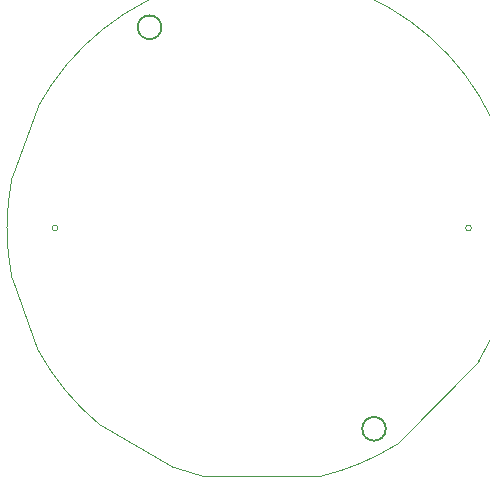
<source format=gbr>
%TF.GenerationSoftware,KiCad,Pcbnew,8.0.1*%
%TF.CreationDate,2024-05-06T13:43:09-07:00*%
%TF.ProjectId,girlvoice,6769726c-766f-4696-9365-2e6b69636164,rev?*%
%TF.SameCoordinates,Original*%
%TF.FileFunction,Profile,NP*%
%FSLAX46Y46*%
G04 Gerber Fmt 4.6, Leading zero omitted, Abs format (unit mm)*
G04 Created by KiCad (PCBNEW 8.0.1) date 2024-05-06 13:43:09*
%MOMM*%
%LPD*%
G01*
G04 APERTURE LIST*
%TA.AperFunction,Profile*%
%ADD10C,0.050000*%
%TD*%
%TA.AperFunction,Profile*%
%ADD11C,0.200000*%
%TD*%
G04 APERTURE END LIST*
D10*
X78850000Y-104250000D02*
X81092511Y-110390377D01*
X78850002Y-104250000D02*
G75*
G02*
X78860703Y-95697090I21149998J4250000D01*
G01*
D11*
X91500000Y-83000000D02*
G75*
G02*
X89500000Y-83000000I-1000000J0D01*
G01*
X89500000Y-83000000D02*
G75*
G02*
X91500000Y-83000000I1000000J0D01*
G01*
D10*
X111429492Y-118327412D02*
G75*
G02*
X105051134Y-121000318I-11429492J18327412D01*
G01*
X94950000Y-120999999D02*
G75*
G02*
X92523372Y-120254584I5100000J20925099D01*
G01*
X81075001Y-89700000D02*
X78860702Y-95697090D01*
X86250001Y-116624998D02*
G75*
G02*
X81092511Y-110390377I13749999J16624998D01*
G01*
X81075001Y-89700000D02*
G75*
G02*
X118351063Y-111290884I18924999J-10300000D01*
G01*
X117750000Y-100000000D02*
G75*
G02*
X117250000Y-100000000I-250000J0D01*
G01*
X117250000Y-100000000D02*
G75*
G02*
X117750000Y-100000000I250000J0D01*
G01*
X86250000Y-116625000D02*
X92523373Y-120254581D01*
X118351063Y-111290884D02*
X111429492Y-118327412D01*
X82750000Y-100000000D02*
G75*
G02*
X82250000Y-100000000I-250000J0D01*
G01*
X82250000Y-100000000D02*
G75*
G02*
X82750000Y-100000000I250000J0D01*
G01*
D11*
X110500000Y-117000000D02*
G75*
G02*
X108500000Y-117000000I-1000000J0D01*
G01*
X108500000Y-117000000D02*
G75*
G02*
X110500000Y-117000000I1000000J0D01*
G01*
D10*
X94950000Y-121000000D02*
X105051134Y-121000318D01*
M02*

</source>
